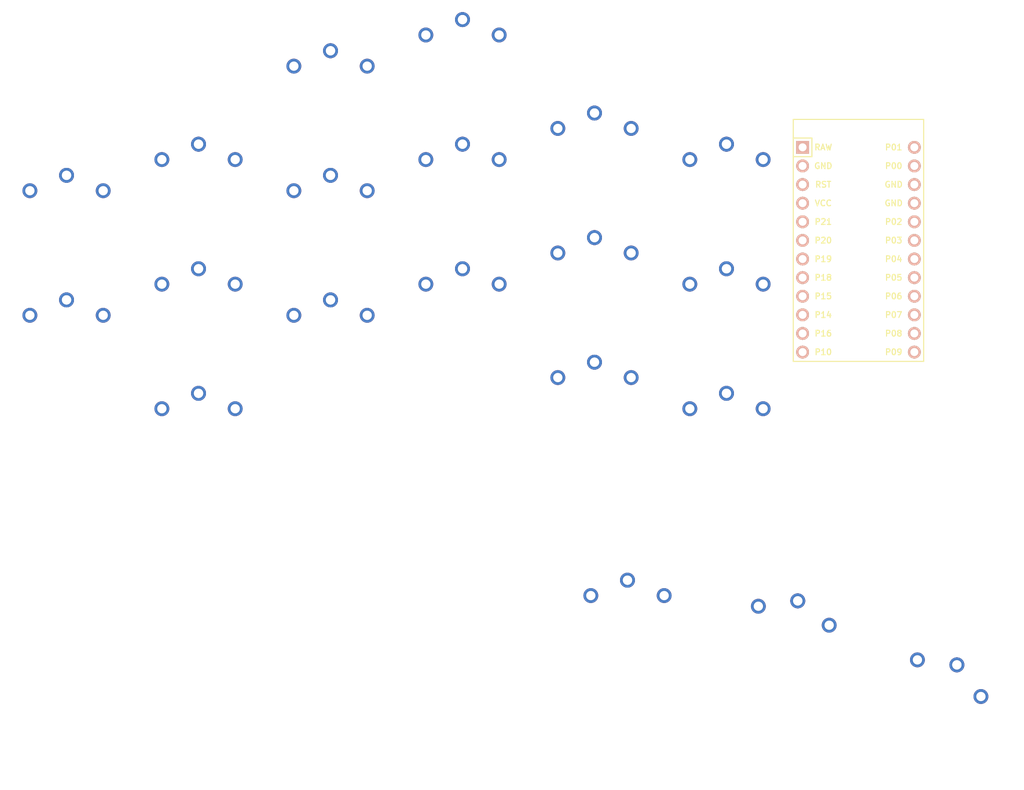
<source format=kicad_pcb>

            
(kicad_pcb (version 20171130) (host pcbnew 5.1.6)

  (page A3)
  (title_block
    (title aowkb)
    (rev v1.0.0)
    (company Unknown)
  )

  (general
    (thickness 1.6)
  )

  (layers
    (0 F.Cu signal)
    (31 B.Cu signal)
    (32 B.Adhes user)
    (33 F.Adhes user)
    (34 B.Paste user)
    (35 F.Paste user)
    (36 B.SilkS user)
    (37 F.SilkS user)
    (38 B.Mask user)
    (39 F.Mask user)
    (40 Dwgs.User user)
    (41 Cmts.User user)
    (42 Eco1.User user)
    (43 Eco2.User user)
    (44 Edge.Cuts user)
    (45 Margin user)
    (46 B.CrtYd user)
    (47 F.CrtYd user)
    (48 B.Fab user)
    (49 F.Fab user)
  )

  (setup
    (last_trace_width 0.25)
    (trace_clearance 0.2)
    (zone_clearance 0.508)
    (zone_45_only no)
    (trace_min 0.2)
    (via_size 0.8)
    (via_drill 0.4)
    (via_min_size 0.4)
    (via_min_drill 0.3)
    (uvia_size 0.3)
    (uvia_drill 0.1)
    (uvias_allowed no)
    (uvia_min_size 0.2)
    (uvia_min_drill 0.1)
    (edge_width 0.05)
    (segment_width 0.2)
    (pcb_text_width 0.3)
    (pcb_text_size 1.5 1.5)
    (mod_edge_width 0.12)
    (mod_text_size 1 1)
    (mod_text_width 0.15)
    (pad_size 1.524 1.524)
    (pad_drill 0.762)
    (pad_to_mask_clearance 0.05)
    (aux_axis_origin 0 0)
    (visible_elements FFFFFF7F)
    (pcbplotparams
      (layerselection 0x010fc_ffffffff)
      (usegerberextensions false)
      (usegerberattributes true)
      (usegerberadvancedattributes true)
      (creategerberjobfile true)
      (excludeedgelayer true)
      (linewidth 0.100000)
      (plotframeref false)
      (viasonmask false)
      (mode 1)
      (useauxorigin false)
      (hpglpennumber 1)
      (hpglpenspeed 20)
      (hpglpendiameter 15.000000)
      (psnegative false)
      (psa4output false)
      (plotreference true)
      (plotvalue true)
      (plotinvisibletext false)
      (padsonsilk false)
      (subtractmaskfromsilk false)
      (outputformat 1)
      (mirror false)
      (drillshape 1)
      (scaleselection 1)
      (outputdirectory ""))
  )

            (net 0 "")
(net 1 "GND")
(net 2 "matrix_pinky_bottom")
(net 3 "matrix_pinky_home")
(net 4 "matrix_pinky_top")
(net 5 "matrix_ring_bottom")
(net 6 "matrix_ring_home")
(net 7 "matrix_ring_top")
(net 8 "matrix_middle_bottom")
(net 9 "matrix_middle_home")
(net 10 "matrix_middle_top")
(net 11 "matrix_index_bottom")
(net 12 "matrix_index_home")
(net 13 "matrix_index_top")
(net 14 "matrix_inner_bottom")
(net 15 "matrix_inner_home")
(net 16 "matrix_inner_top")
(net 17 "mods_default_top")
(net 18 "mods_default_bottom")
(net 19 "thumb_tucky")
(net 20 "thumb_reachy")
(net 21 "thumb_layery")
(net 22 "RAW")
(net 23 "RST")
(net 24 "VCC")
(net 25 "P0")
            
  (net_class Default "This is the default net class."
    (clearance 0.2)
    (trace_width 0.25)
    (via_dia 0.8)
    (via_drill 0.4)
    (uvia_dia 0.3)
    (uvia_drill 0.1)
    (add_net "")
(add_net "GND")
(add_net "matrix_pinky_bottom")
(add_net "matrix_pinky_home")
(add_net "matrix_pinky_top")
(add_net "matrix_ring_bottom")
(add_net "matrix_ring_home")
(add_net "matrix_ring_top")
(add_net "matrix_middle_bottom")
(add_net "matrix_middle_home")
(add_net "matrix_middle_top")
(add_net "matrix_index_bottom")
(add_net "matrix_index_home")
(add_net "matrix_index_top")
(add_net "matrix_inner_bottom")
(add_net "matrix_inner_home")
(add_net "matrix_inner_top")
(add_net "mods_default_top")
(add_net "mods_default_bottom")
(add_net "thumb_tucky")
(add_net "thumb_reachy")
(add_net "thumb_layery")
(add_net "RAW")
(add_net "RST")
(add_net "VCC")
(add_net "P0")
  )

            
        
      (module PG1350 (layer F.Cu) (tedit 5DD50112)
      (at 0 0 0)

      
      (fp_text reference "S1" (at 0 0) (layer F.SilkS) hide (effects (font (size 1.27 1.27) (thickness 0.15))))
      (fp_text value "" (at 0 0) (layer F.SilkS) hide (effects (font (size 1.27 1.27) (thickness 0.15))))

      
      (fp_line (start -7 -6) (end -7 -7) (layer Dwgs.User) (width 0.15))
      (fp_line (start -7 7) (end -6 7) (layer Dwgs.User) (width 0.15))
      (fp_line (start -6 -7) (end -7 -7) (layer Dwgs.User) (width 0.15))
      (fp_line (start -7 7) (end -7 6) (layer Dwgs.User) (width 0.15))
      (fp_line (start 7 6) (end 7 7) (layer Dwgs.User) (width 0.15))
      (fp_line (start 7 -7) (end 6 -7) (layer Dwgs.User) (width 0.15))
      (fp_line (start 6 7) (end 7 7) (layer Dwgs.User) (width 0.15))
      (fp_line (start 7 -7) (end 7 -6) (layer Dwgs.User) (width 0.15))      
      
      
      (pad "" np_thru_hole circle (at 0 0) (size 3.429 3.429) (drill 3.429) (layers *.Cu *.Mask))
        
      
      (pad "" np_thru_hole circle (at 5.5 0) (size 1.7018 1.7018) (drill 1.7018) (layers *.Cu *.Mask))
      (pad "" np_thru_hole circle (at -5.5 0) (size 1.7018 1.7018) (drill 1.7018) (layers *.Cu *.Mask))
      
        
      
      (fp_line (start -9 -8.5) (end 9 -8.5) (layer Dwgs.User) (width 0.15))
      (fp_line (start 9 -8.5) (end 9 8.5) (layer Dwgs.User) (width 0.15))
      (fp_line (start 9 8.5) (end -9 8.5) (layer Dwgs.User) (width 0.15))
      (fp_line (start -9 8.5) (end -9 -8.5) (layer Dwgs.User) (width 0.15))
      
        
            
            (pad 1 thru_hole circle (at 5 -3.8) (size 2.032 2.032) (drill 1.27) (layers *.Cu *.Mask) (net 1 "GND"))
            (pad 2 thru_hole circle (at 0 -5.9) (size 2.032 2.032) (drill 1.27) (layers *.Cu *.Mask) (net 2 "matrix_pinky_bottom"))
          
        
            
            (pad 1 thru_hole circle (at -5 -3.8) (size 2.032 2.032) (drill 1.27) (layers *.Cu *.Mask) (net 1 "GND"))
            (pad 2 thru_hole circle (at -0 -5.9) (size 2.032 2.032) (drill 1.27) (layers *.Cu *.Mask) (net 2 "matrix_pinky_bottom"))
          )
        

        
      (module PG1350 (layer F.Cu) (tedit 5DD50112)
      (at 0 -17 0)

      
      (fp_text reference "S2" (at 0 0) (layer F.SilkS) hide (effects (font (size 1.27 1.27) (thickness 0.15))))
      (fp_text value "" (at 0 0) (layer F.SilkS) hide (effects (font (size 1.27 1.27) (thickness 0.15))))

      
      (fp_line (start -7 -6) (end -7 -7) (layer Dwgs.User) (width 0.15))
      (fp_line (start -7 7) (end -6 7) (layer Dwgs.User) (width 0.15))
      (fp_line (start -6 -7) (end -7 -7) (layer Dwgs.User) (width 0.15))
      (fp_line (start -7 7) (end -7 6) (layer Dwgs.User) (width 0.15))
      (fp_line (start 7 6) (end 7 7) (layer Dwgs.User) (width 0.15))
      (fp_line (start 7 -7) (end 6 -7) (layer Dwgs.User) (width 0.15))
      (fp_line (start 6 7) (end 7 7) (layer Dwgs.User) (width 0.15))
      (fp_line (start 7 -7) (end 7 -6) (layer Dwgs.User) (width 0.15))      
      
      
      (pad "" np_thru_hole circle (at 0 0) (size 3.429 3.429) (drill 3.429) (layers *.Cu *.Mask))
        
      
      (pad "" np_thru_hole circle (at 5.5 0) (size 1.7018 1.7018) (drill 1.7018) (layers *.Cu *.Mask))
      (pad "" np_thru_hole circle (at -5.5 0) (size 1.7018 1.7018) (drill 1.7018) (layers *.Cu *.Mask))
      
        
      
      (fp_line (start -9 -8.5) (end 9 -8.5) (layer Dwgs.User) (width 0.15))
      (fp_line (start 9 -8.5) (end 9 8.5) (layer Dwgs.User) (width 0.15))
      (fp_line (start 9 8.5) (end -9 8.5) (layer Dwgs.User) (width 0.15))
      (fp_line (start -9 8.5) (end -9 -8.5) (layer Dwgs.User) (width 0.15))
      
        
            
            (pad 1 thru_hole circle (at 5 -3.8) (size 2.032 2.032) (drill 1.27) (layers *.Cu *.Mask) (net 1 "GND"))
            (pad 2 thru_hole circle (at 0 -5.9) (size 2.032 2.032) (drill 1.27) (layers *.Cu *.Mask) (net 3 "matrix_pinky_home"))
          
        
            
            (pad 1 thru_hole circle (at -5 -3.8) (size 2.032 2.032) (drill 1.27) (layers *.Cu *.Mask) (net 1 "GND"))
            (pad 2 thru_hole circle (at -0 -5.9) (size 2.032 2.032) (drill 1.27) (layers *.Cu *.Mask) (net 3 "matrix_pinky_home"))
          )
        

        
      (module PG1350 (layer F.Cu) (tedit 5DD50112)
      (at 0 -34 0)

      
      (fp_text reference "S3" (at 0 0) (layer F.SilkS) hide (effects (font (size 1.27 1.27) (thickness 0.15))))
      (fp_text value "" (at 0 0) (layer F.SilkS) hide (effects (font (size 1.27 1.27) (thickness 0.15))))

      
      (fp_line (start -7 -6) (end -7 -7) (layer Dwgs.User) (width 0.15))
      (fp_line (start -7 7) (end -6 7) (layer Dwgs.User) (width 0.15))
      (fp_line (start -6 -7) (end -7 -7) (layer Dwgs.User) (width 0.15))
      (fp_line (start -7 7) (end -7 6) (layer Dwgs.User) (width 0.15))
      (fp_line (start 7 6) (end 7 7) (layer Dwgs.User) (width 0.15))
      (fp_line (start 7 -7) (end 6 -7) (layer Dwgs.User) (width 0.15))
      (fp_line (start 6 7) (end 7 7) (layer Dwgs.User) (width 0.15))
      (fp_line (start 7 -7) (end 7 -6) (layer Dwgs.User) (width 0.15))      
      
      
      (pad "" np_thru_hole circle (at 0 0) (size 3.429 3.429) (drill 3.429) (layers *.Cu *.Mask))
        
      
      (pad "" np_thru_hole circle (at 5.5 0) (size 1.7018 1.7018) (drill 1.7018) (layers *.Cu *.Mask))
      (pad "" np_thru_hole circle (at -5.5 0) (size 1.7018 1.7018) (drill 1.7018) (layers *.Cu *.Mask))
      
        
      
      (fp_line (start -9 -8.5) (end 9 -8.5) (layer Dwgs.User) (width 0.15))
      (fp_line (start 9 -8.5) (end 9 8.5) (layer Dwgs.User) (width 0.15))
      (fp_line (start 9 8.5) (end -9 8.5) (layer Dwgs.User) (width 0.15))
      (fp_line (start -9 8.5) (end -9 -8.5) (layer Dwgs.User) (width 0.15))
      
        
            
            (pad 1 thru_hole circle (at 5 -3.8) (size 2.032 2.032) (drill 1.27) (layers *.Cu *.Mask) (net 1 "GND"))
            (pad 2 thru_hole circle (at 0 -5.9) (size 2.032 2.032) (drill 1.27) (layers *.Cu *.Mask) (net 4 "matrix_pinky_top"))
          
        
            
            (pad 1 thru_hole circle (at -5 -3.8) (size 2.032 2.032) (drill 1.27) (layers *.Cu *.Mask) (net 1 "GND"))
            (pad 2 thru_hole circle (at -0 -5.9) (size 2.032 2.032) (drill 1.27) (layers *.Cu *.Mask) (net 4 "matrix_pinky_top"))
          )
        

        
      (module PG1350 (layer F.Cu) (tedit 5DD50112)
      (at 18 -12.75 0)

      
      (fp_text reference "S4" (at 0 0) (layer F.SilkS) hide (effects (font (size 1.27 1.27) (thickness 0.15))))
      (fp_text value "" (at 0 0) (layer F.SilkS) hide (effects (font (size 1.27 1.27) (thickness 0.15))))

      
      (fp_line (start -7 -6) (end -7 -7) (layer Dwgs.User) (width 0.15))
      (fp_line (start -7 7) (end -6 7) (layer Dwgs.User) (width 0.15))
      (fp_line (start -6 -7) (end -7 -7) (layer Dwgs.User) (width 0.15))
      (fp_line (start -7 7) (end -7 6) (layer Dwgs.User) (width 0.15))
      (fp_line (start 7 6) (end 7 7) (layer Dwgs.User) (width 0.15))
      (fp_line (start 7 -7) (end 6 -7) (layer Dwgs.User) (width 0.15))
      (fp_line (start 6 7) (end 7 7) (layer Dwgs.User) (width 0.15))
      (fp_line (start 7 -7) (end 7 -6) (layer Dwgs.User) (width 0.15))      
      
      
      (pad "" np_thru_hole circle (at 0 0) (size 3.429 3.429) (drill 3.429) (layers *.Cu *.Mask))
        
      
      (pad "" np_thru_hole circle (at 5.5 0) (size 1.7018 1.7018) (drill 1.7018) (layers *.Cu *.Mask))
      (pad "" np_thru_hole circle (at -5.5 0) (size 1.7018 1.7018) (drill 1.7018) (layers *.Cu *.Mask))
      
        
      
      (fp_line (start -9 -8.5) (end 9 -8.5) (layer Dwgs.User) (width 0.15))
      (fp_line (start 9 -8.5) (end 9 8.5) (layer Dwgs.User) (width 0.15))
      (fp_line (start 9 8.5) (end -9 8.5) (layer Dwgs.User) (width 0.15))
      (fp_line (start -9 8.5) (end -9 -8.5) (layer Dwgs.User) (width 0.15))
      
        
            
            (pad 1 thru_hole circle (at 5 -3.8) (size 2.032 2.032) (drill 1.27) (layers *.Cu *.Mask) (net 1 "GND"))
            (pad 2 thru_hole circle (at 0 -5.9) (size 2.032 2.032) (drill 1.27) (layers *.Cu *.Mask) (net 5 "matrix_ring_bottom"))
          
        
            
            (pad 1 thru_hole circle (at -5 -3.8) (size 2.032 2.032) (drill 1.27) (layers *.Cu *.Mask) (net 1 "GND"))
            (pad 2 thru_hole circle (at -0 -5.9) (size 2.032 2.032) (drill 1.27) (layers *.Cu *.Mask) (net 5 "matrix_ring_bottom"))
          )
        

        
      (module PG1350 (layer F.Cu) (tedit 5DD50112)
      (at 18 -29.75 0)

      
      (fp_text reference "S5" (at 0 0) (layer F.SilkS) hide (effects (font (size 1.27 1.27) (thickness 0.15))))
      (fp_text value "" (at 0 0) (layer F.SilkS) hide (effects (font (size 1.27 1.27) (thickness 0.15))))

      
      (fp_line (start -7 -6) (end -7 -7) (layer Dwgs.User) (width 0.15))
      (fp_line (start -7 7) (end -6 7) (layer Dwgs.User) (width 0.15))
      (fp_line (start -6 -7) (end -7 -7) (layer Dwgs.User) (width 0.15))
      (fp_line (start -7 7) (end -7 6) (layer Dwgs.User) (width 0.15))
      (fp_line (start 7 6) (end 7 7) (layer Dwgs.User) (width 0.15))
      (fp_line (start 7 -7) (end 6 -7) (layer Dwgs.User) (width 0.15))
      (fp_line (start 6 7) (end 7 7) (layer Dwgs.User) (width 0.15))
      (fp_line (start 7 -7) (end 7 -6) (layer Dwgs.User) (width 0.15))      
      
      
      (pad "" np_thru_hole circle (at 0 0) (size 3.429 3.429) (drill 3.429) (layers *.Cu *.Mask))
        
      
      (pad "" np_thru_hole circle (at 5.5 0) (size 1.7018 1.7018) (drill 1.7018) (layers *.Cu *.Mask))
      (pad "" np_thru_hole circle (at -5.5 0) (size 1.7018 1.7018) (drill 1.7018) (layers *.Cu *.Mask))
      
        
      
      (fp_line (start -9 -8.5) (end 9 -8.5) (layer Dwgs.User) (width 0.15))
      (fp_line (start 9 -8.5) (end 9 8.5) (layer Dwgs.User) (width 0.15))
      (fp_line (start 9 8.5) (end -9 8.5) (layer Dwgs.User) (width 0.15))
      (fp_line (start -9 8.5) (end -9 -8.5) (layer Dwgs.User) (width 0.15))
      
        
            
            (pad 1 thru_hole circle (at 5 -3.8) (size 2.032 2.032) (drill 1.27) (layers *.Cu *.Mask) (net 1 "GND"))
            (pad 2 thru_hole circle (at 0 -5.9) (size 2.032 2.032) (drill 1.27) (layers *.Cu *.Mask) (net 6 "matrix_ring_home"))
          
        
            
            (pad 1 thru_hole circle (at -5 -3.8) (size 2.032 2.032) (drill 1.27) (layers *.Cu *.Mask) (net 1 "GND"))
            (pad 2 thru_hole circle (at -0 -5.9) (size 2.032 2.032) (drill 1.27) (layers *.Cu *.Mask) (net 6 "matrix_ring_home"))
          )
        

        
      (module PG1350 (layer F.Cu) (tedit 5DD50112)
      (at 18 -46.75 0)

      
      (fp_text reference "S6" (at 0 0) (layer F.SilkS) hide (effects (font (size 1.27 1.27) (thickness 0.15))))
      (fp_text value "" (at 0 0) (layer F.SilkS) hide (effects (font (size 1.27 1.27) (thickness 0.15))))

      
      (fp_line (start -7 -6) (end -7 -7) (layer Dwgs.User) (width 0.15))
      (fp_line (start -7 7) (end -6 7) (layer Dwgs.User) (width 0.15))
      (fp_line (start -6 -7) (end -7 -7) (layer Dwgs.User) (width 0.15))
      (fp_line (start -7 7) (end -7 6) (layer Dwgs.User) (width 0.15))
      (fp_line (start 7 6) (end 7 7) (layer Dwgs.User) (width 0.15))
      (fp_line (start 7 -7) (end 6 -7) (layer Dwgs.User) (width 0.15))
      (fp_line (start 6 7) (end 7 7) (layer Dwgs.User) (width 0.15))
      (fp_line (start 7 -7) (end 7 -6) (layer Dwgs.User) (width 0.15))      
      
      
      (pad "" np_thru_hole circle (at 0 0) (size 3.429 3.429) (drill 3.429) (layers *.Cu *.Mask))
        
      
      (pad "" np_thru_hole circle (at 5.5 0) (size 1.7018 1.7018) (drill 1.7018) (layers *.Cu *.Mask))
      (pad "" np_thru_hole circle (at -5.5 0) (size 1.7018 1.7018) (drill 1.7018) (layers *.Cu *.Mask))
      
        
      
      (fp_line (start -9 -8.5) (end 9 -8.5) (layer Dwgs.User) (width 0.15))
      (fp_line (start 9 -8.5) (end 9 8.5) (layer Dwgs.User) (width 0.15))
      (fp_line (start 9 8.5) (end -9 8.5) (layer Dwgs.User) (width 0.15))
      (fp_line (start -9 8.5) (end -9 -8.5) (layer Dwgs.User) (width 0.15))
      
        
            
            (pad 1 thru_hole circle (at 5 -3.8) (size 2.032 2.032) (drill 1.27) (layers *.Cu *.Mask) (net 1 "GND"))
            (pad 2 thru_hole circle (at 0 -5.9) (size 2.032 2.032) (drill 1.27) (layers *.Cu *.Mask) (net 7 "matrix_ring_top"))
          
        
            
            (pad 1 thru_hole circle (at -5 -3.8) (size 2.032 2.032) (drill 1.27) (layers *.Cu *.Mask) (net 1 "GND"))
            (pad 2 thru_hole circle (at -0 -5.9) (size 2.032 2.032) (drill 1.27) (layers *.Cu *.Mask) (net 7 "matrix_ring_top"))
          )
        

        
      (module PG1350 (layer F.Cu) (tedit 5DD50112)
      (at 36 -17 0)

      
      (fp_text reference "S7" (at 0 0) (layer F.SilkS) hide (effects (font (size 1.27 1.27) (thickness 0.15))))
      (fp_text value "" (at 0 0) (layer F.SilkS) hide (effects (font (size 1.27 1.27) (thickness 0.15))))

      
      (fp_line (start -7 -6) (end -7 -7) (layer Dwgs.User) (width 0.15))
      (fp_line (start -7 7) (end -6 7) (layer Dwgs.User) (width 0.15))
      (fp_line (start -6 -7) (end -7 -7) (layer Dwgs.User) (width 0.15))
      (fp_line (start -7 7) (end -7 6) (layer Dwgs.User) (width 0.15))
      (fp_line (start 7 6) (end 7 7) (layer Dwgs.User) (width 0.15))
      (fp_line (start 7 -7) (end 6 -7) (layer Dwgs.User) (width 0.15))
      (fp_line (start 6 7) (end 7 7) (layer Dwgs.User) (width 0.15))
      (fp_line (start 7 -7) (end 7 -6) (layer Dwgs.User) (width 0.15))      
      
      
      (pad "" np_thru_hole circle (at 0 0) (size 3.429 3.429) (drill 3.429) (layers *.Cu *.Mask))
        
      
      (pad "" np_thru_hole circle (at 5.5 0) (size 1.7018 1.7018) (drill 1.7018) (layers *.Cu *.Mask))
      (pad "" np_thru_hole circle (at -5.5 0) (size 1.7018 1.7018) (drill 1.7018) (layers *.Cu *.Mask))
      
        
      
      (fp_line (start -9 -8.5) (end 9 -8.5) (layer Dwgs.User) (width 0.15))
      (fp_line (start 9 -8.5) (end 9 8.5) (layer Dwgs.User) (width 0.15))
      (fp_line (start 9 8.5) (end -9 8.5) (layer Dwgs.User) (width 0.15))
      (fp_line (start -9 8.5) (end -9 -8.5) (layer Dwgs.User) (width 0.15))
      
        
            
            (pad 1 thru_hole circle (at 5 -3.8) (size 2.032 2.032) (drill 1.27) (layers *.Cu *.Mask) (net 1 "GND"))
            (pad 2 thru_hole circle (at 0 -5.9) (size 2.032 2.032) (drill 1.27) (layers *.Cu *.Mask) (net 8 "matrix_middle_bottom"))
          
        
            
            (pad 1 thru_hole circle (at -5 -3.8) (size 2.032 2.032) (drill 1.27) (layers *.Cu *.Mask) (net 1 "GND"))
            (pad 2 thru_hole circle (at -0 -5.9) (size 2.032 2.032) (drill 1.27) (layers *.Cu *.Mask) (net 8 "matrix_middle_bottom"))
          )
        

        
      (module PG1350 (layer F.Cu) (tedit 5DD50112)
      (at 36 -34 0)

      
      (fp_text reference "S8" (at 0 0) (layer F.SilkS) hide (effects (font (size 1.27 1.27) (thickness 0.15))))
      (fp_text value "" (at 0 0) (layer F.SilkS) hide (effects (font (size 1.27 1.27) (thickness 0.15))))

      
      (fp_line (start -7 -6) (end -7 -7) (layer Dwgs.User) (width 0.15))
      (fp_line (start -7 7) (end -6 7) (layer Dwgs.User) (width 0.15))
      (fp_line (start -6 -7) (end -7 -7) (layer Dwgs.User) (width 0.15))
      (fp_line (start -7 7) (end -7 6) (layer Dwgs.User) (width 0.15))
      (fp_line (start 7 6) (end 7 7) (layer Dwgs.User) (width 0.15))
      (fp_line (start 7 -7) (end 6 -7) (layer Dwgs.User) (width 0.15))
      (fp_line (start 6 7) (end 7 7) (layer Dwgs.User) (width 0.15))
      (fp_line (start 7 -7) (end 7 -6) (layer Dwgs.User) (width 0.15))      
      
      
      (pad "" np_thru_hole circle (at 0 0) (size 3.429 3.429) (drill 3.429) (layers *.Cu *.Mask))
        
      
      (pad "" np_thru_hole circle (at 5.5 0) (size 1.7018 1.7018) (drill 1.7018) (layers *.Cu *.Mask))
      (pad "" np_thru_hole circle (at -5.5 0) (size 1.7018 1.7018) (drill 1.7018) (layers *.Cu *.Mask))
      
        
      
      (fp_line (start -9 -8.5) (end 9 -8.5) (layer Dwgs.User) (width 0.15))
      (fp_line (start 9 -8.5) (end 9 8.5) (layer Dwgs.User) (width 0.15))
      (fp_line (start 9 8.5) (end -9 8.5) (layer Dwgs.User) (width 0.15))
      (fp_line (start -9 8.5) (end -9 -8.5) (layer Dwgs.User) (width 0.15))
      
        
            
            (pad 1 thru_hole circle (at 5 -3.8) (size 2.032 2.032) (drill 1.27) (layers *.Cu *.Mask) (net 1 "GND"))
            (pad 2 thru_hole circle (at 0 -5.9) (size 2.032 2.032) (drill 1.27) (layers *.Cu *.Mask) (net 9 "matrix_middle_home"))
          
        
            
            (pad 1 thru_hole circle (at -5 -3.8) (size 2.032 2.032) (drill 1.27) (layers *.Cu *.Mask) (net 1 "GND"))
            (pad 2 thru_hole circle (at -0 -5.9) (size 2.032 2.032) (drill 1.27) (layers *.Cu *.Mask) (net 9 "matrix_middle_home"))
          )
        

        
      (module PG1350 (layer F.Cu) (tedit 5DD50112)
      (at 36 -51 0)

      
      (fp_text reference "S9" (at 0 0) (layer F.SilkS) hide (effects (font (size 1.27 1.27) (thickness 0.15))))
      (fp_text value "" (at 0 0) (layer F.SilkS) hide (effects (font (size 1.27 1.27) (thickness 0.15))))

      
      (fp_line (start -7 -6) (end -7 -7) (layer Dwgs.User) (width 0.15))
      (fp_line (start -7 7) (end -6 7) (layer Dwgs.User) (width 0.15))
      (fp_line (start -6 -7) (end -7 -7) (layer Dwgs.User) (width 0.15))
      (fp_line (start -7 7) (end -7 6) (layer Dwgs.User) (width 0.15))
      (fp_line (start 7 6) (end 7 7) (layer Dwgs.User) (width 0.15))
      (fp_line (start 7 -7) (end 6 -7) (layer Dwgs.User) (width 0.15))
      (fp_line (start 6 7) (end 7 7) (layer Dwgs.User) (width 0.15))
      (fp_line (start 7 -7) (end 7 -6) (layer Dwgs.User) (width 0.15))      
      
      
      (pad "" np_thru_hole circle (at 0 0) (size 3.429 3.429) (drill 3.429) (layers *.Cu *.Mask))
        
      
      (pad "" np_thru_hole circle (at 5.5 0) (size 1.7018 1.7018) (drill 1.7018) (layers *.Cu *.Mask))
      (pad "" np_thru_hole circle (at -5.5 0) (size 1.7018 1.7018) (drill 1.7018) (layers *.Cu *.Mask))
      
        
      
      (fp_line (start -9 -8.5) (end 9 -8.5) (layer Dwgs.User) (width 0.15))
      (fp_line (start 9 -8.5) (end 9 8.5) (layer Dwgs.User) (width 0.15))
      (fp_line (start 9 8.5) (end -9 8.5) (layer Dwgs.User) (width 0.15))
      (fp_line (start -9 8.5) (end -9 -8.5) (layer Dwgs.User) (width 0.15))
      
        
            
            (pad 1 thru_hole circle (at 5 -3.8) (size 2.032 2.032) (drill 1.27) (layers *.Cu *.Mask) (net 1 "GND"))
            (pad 2 thru_hole circle (at 0 -5.9) (size 2.032 2.032) (drill 1.27) (layers *.Cu *.Mask) (net 10 "matrix_middle_top"))
          
        
            
            (pad 1 thru_hole circle (at -5 -3.8) (size 2.032 2.032) (drill 1.27) (layers *.Cu *.Mask) (net 1 "GND"))
            (pad 2 thru_hole circle (at -0 -5.9) (size 2.032 2.032) (drill 1.27) (layers *.Cu *.Mask) (net 10 "matrix_middle_top"))
          )
        

        
      (module PG1350 (layer F.Cu) (tedit 5DD50112)
      (at 54 -4.25 0)

      
      (fp_text reference "S10" (at 0 0) (layer F.SilkS) hide (effects (font (size 1.27 1.27) (thickness 0.15))))
      (fp_text value "" (at 0 0) (layer F.SilkS) hide (effects (font (size 1.27 1.27) (thickness 0.15))))

      
      (fp_line (start -7 -6) (end -7 -7) (layer Dwgs.User) (width 0.15))
      (fp_line (start -7 7) (end -6 7) (layer Dwgs.User) (width 0.15))
      (fp_line (start -6 -7) (end -7 -7) (layer Dwgs.User) (width 0.15))
      (fp_line (start -7 7) (end -7 6) (layer Dwgs.User) (width 0.15))
      (fp_line (start 7 6) (end 7 7) (layer Dwgs.User) (width 0.15))
      (fp_line (start 7 -7) (end 6 -7) (layer Dwgs.User) (width 0.15))
      (fp_line (start 6 7) (end 7 7) (layer Dwgs.User) (width 0.15))
      (fp_line (start 7 -7) (end 7 -6) (layer Dwgs.User) (width 0.15))      
      
      
      (pad "" np_thru_hole circle (at 0 0) (size 3.429 3.429) (drill 3.429) (layers *.Cu *.Mask))
        
      
      (pad "" np_thru_hole circle (at 5.5 0) (size 1.7018 1.7018) (drill 1.7018) (layers *.Cu *.Mask))
      (pad "" np_thru_hole circle (at -5.5 0) (size 1.7018 1.7018) (drill 1.7018) (layers *.Cu *.Mask))
      
        
      
      (fp_line (start -9 -8.5) (end 9 -8.5) (layer Dwgs.User) (width 0.15))
      (fp_line (start 9 -8.5) (end 9 8.5) (layer Dwgs.User) (width 0.15))
      (fp_line (start 9 8.5) (end -9 8.5) (layer Dwgs.User) (width 0.15))
      (fp_line (start -9 8.5) (end -9 -8.5) (layer Dwgs.User) (width 0.15))
      
        
            
            (pad 1 thru_hole circle (at 5 -3.8) (size 2.032 2.032) (drill 1.27) (layers *.Cu *.Mask) (net 1 "GND"))
            (pad 2 thru_hole circle (at 0 -5.9) (size 2.032 2.032) (drill 1.27) (layers *.Cu *.Mask) (net 11 "matrix_index_bottom"))
          
        
            
            (pad 1 thru_hole circle (at -5 -3.8) (size 2.032 2.032) (drill 1.27) (layers *.Cu *.Mask) (net 1 "GND"))
            (pad 2 thru_hole circle (at -0 -5.9) (size 2.032 2.032) (drill 1.27) (layers *.Cu *.Mask) (net 11 "matrix_index_bottom"))
          )
        

        
      (module PG1350 (layer F.Cu) (tedit 5DD50112)
      (at 54 -21.25 0)

      
      (fp_text reference "S11" (at 0 0) (layer F.SilkS) hide (effects (font (size 1.27 1.27) (thickness 0.15))))
      (fp_text value "" (at 0 0) (layer F.SilkS) hide (effects (font (size 1.27 1.27) (thickness 0.15))))

      
      (fp_line (start -7 -6) (end -7 -7) (layer Dwgs.User) (width 0.15))
      (fp_line (start -7 7) (end -6 7) (layer Dwgs.User) (width 0.15))
      (fp_line (start -6 -7) (end -7 -7) (layer Dwgs.User) (width 0.15))
      (fp_line (start -7 7) (end -7 6) (layer Dwgs.User) (width 0.15))
      (fp_line (start 7 6) (end 7 7) (layer Dwgs.User) (width 0.15))
      (fp_line (start 7 -7) (end 6 -7) (layer Dwgs.User) (width 0.15))
      (fp_line (start 6 7) (end 7 7) (layer Dwgs.User) (width 0.15))
      (fp_line (start 7 -7) (end 7 -6) (layer Dwgs.User) (width 0.15))      
      
      
      (pad "" np_thru_hole circle (at 0 0) (size 3.429 3.429) (drill 3.429) (layers *.Cu *.Mask))
        
      
      (pad "" np_thru_hole circle (at 5.5 0) (size 1.7018 1.7018) (drill 1.7018) (layers *.Cu *.Mask))
      (pad "" np_thru_hole circle (at -5.5 0) (size 1.7018 1.7018) (drill 1.7018) (layers *.Cu *.Mask))
      
        
      
      (fp_line (start -9 -8.5) (end 9 -8.5) (layer Dwgs.User) (width 0.15))
      (fp_line (start 9 -8.5) (end 9 8.5) (layer Dwgs.User) (width 0.15))
      (fp_line (start 9 8.5) (end -9 8.5) (layer Dwgs.User) (width 0.15))
      (fp_line (start -9 8.5) (end -9 -8.5) (layer Dwgs.User) (width 0.15))
      
        
            
            (pad 1 thru_hole circle (at 5 -3.8) (size 2.032 2.032) (drill 1.27) (layers *.Cu *.Mask) (net 1 "GND"))
            (pad 2 thru_hole circle (at 0 -5.9) (size 2.032 2.032) (drill 1.27) (layers *.Cu *.Mask) (net 12 "matrix_index_home"))
          
        
            
            (pad 1 thru_hole circle (at -5 -3.8) (size 2.032 2.032) (drill 1.27) (layers *.Cu *.Mask) (net 1 "GND"))
            (pad 2 thru_hole circle (at -0 -5.9) (size 2.032 2.032) (drill 1.27) (layers *.Cu *.Mask) (net 12 "matrix_index_home"))
          )
        

        
      (module PG1350 (layer F.Cu) (tedit 5DD50112)
      (at 54 -38.25 0)

      
      (fp_text reference "S12" (at 0 0) (layer F.SilkS) hide (effects (font (size 1.27 1.27) (thickness 0.15))))
      (fp_text value "" (at 0 0) (layer F.SilkS) hide (effects (font (size 1.27 1.27) (thickness 0.15))))

      
      (fp_line (start -7 -6) (end -7 -7) (layer Dwgs.User) (width 0.15))
      (fp_line (start -7 7) (end -6 7) (layer Dwgs.User) (width 0.15))
      (fp_line (start -6 -7) (end -7 -7) (layer Dwgs.User) (width 0.15))
      (fp_line (start -7 7) (end -7 6) (layer Dwgs.User) (width 0.15))
      (fp_line (start 7 6) (end 7 7) (layer Dwgs.User) (width 0.15))
      (fp_line (start 7 -7) (end 6 -7) (layer Dwgs.User) (width 0.15))
      (fp_line (start 6 7) (end 7 7) (layer Dwgs.User) (width 0.15))
      (fp_line (start 7 -7) (end 7 -6) (layer Dwgs.User) (width 0.15))      
      
      
      (pad "" np_thru_hole circle (at 0 0) (size 3.429 3.429) (drill 3.429) (layers *.Cu *.Mask))
        
      
      (pad "" np_thru_hole circle (at 5.5 0) (size 1.7018 1.7018) (drill 1.7018) (layers *.Cu *.Mask))
      (pad "" np_thru_hole circle (at -5.5 0) (size 1.7018 1.7018) (drill 1.7018) (layers *.Cu *.Mask))
      
        
      
      (fp_line (start -9 -8.5) (end 9 -8.5) (layer Dwgs.User) (width 0.15))
      (fp_line (start 9 -8.5) (end 9 8.5) (layer Dwgs.User) (width 0.15))
      (fp_line (start 9 8.5) (end -9 8.5) (layer Dwgs.User) (width 0.15))
      (fp_line (start -9 8.5) (end -9 -8.5) (layer Dwgs.User) (width 0.15))
      
        
            
            (pad 1 thru_hole circle (at 5 -3.8) (size 2.032 2.032) (drill 1.27) (layers *.Cu *.Mask) (net 1 "GND"))
            (pad 2 thru_hole circle (at 0 -5.9) (size 2.032 2.032) (drill 1.27) (layers *.Cu *.Mask) (net 13 "matrix_index_top"))
          
        
            
            (pad 1 thru_hole circle (at -5 -3.8) (size 2.032 2.032) (drill 1.27) (layers *.Cu *.Mask) (net 1 "GND"))
            (pad 2 thru_hole circle (at -0 -5.9) (size 2.032 2.032) (drill 1.27) (layers *.Cu *.Mask) (net 13 "matrix_index_top"))
          )
        

        
      (module PG1350 (layer F.Cu) (tedit 5DD50112)
      (at 72 0 0)

      
      (fp_text reference "S13" (at 0 0) (layer F.SilkS) hide (effects (font (size 1.27 1.27) (thickness 0.15))))
      (fp_text value "" (at 0 0) (layer F.SilkS) hide (effects (font (size 1.27 1.27) (thickness 0.15))))

      
      (fp_line (start -7 -6) (end -7 -7) (layer Dwgs.User) (width 0.15))
      (fp_line (start -7 7) (end -6 7) (layer Dwgs.User) (width 0.15))
      (fp_line (start -6 -7) (end -7 -7) (layer Dwgs.User) (width 0.15))
      (fp_line (start -7 7) (end -7 6) (layer Dwgs.User) (width 0.15))
      (fp_line (start 7 6) (end 7 7) (layer Dwgs.User) (width 0.15))
      (fp_line (start 7 -7) (end 6 -7) (layer Dwgs.User) (width 0.15))
      (fp_line (start 6 7) (end 7 7) (layer Dwgs.User) (width 0.15))
      (fp_line (start 7 -7) (end 7 -6) (layer Dwgs.User) (width 0.15))      
      
      
      (pad "" np_thru_hole circle (at 0 0) (size 3.429 3.429) (drill 3.429) (layers *.Cu *.Mask))
        
      
      (pad "" np_thru_hole circle (at 5.5 0) (size 1.7018 1.7018) (drill 1.7018) (layers *.Cu *.Mask))
      (pad "" np_thru_hole circle (at -5.5 0) (size 1.7018 1.7018) (drill 1.7018) (layers *.Cu *.Mask))
      
        
      
      (fp_line (start -9 -8.5) (end 9 -8.5) (layer Dwgs.User) (width 0.15))
      (fp_line (start 9 -8.5) (end 9 8.5) (layer Dwgs.User) (width 0.15))
      (fp_line (start 9 8.5) (end -9 8.5) (layer Dwgs.User) (width 0.15))
      (fp_line (start -9 8.5) (end -9 -8.5) (layer Dwgs.User) (width 0.15))
      
        
            
            (pad 1 thru_hole circle (at 5 -3.8) (size 2.032 2.032) (drill 1.27) (layers *.Cu *.Mask) (net 1 "GND"))
            (pad 2 thru_hole circle (at 0 -5.9) (size 2.032 2.032) (drill 1.27) (layers *.Cu *.Mask) (net 14 "matrix_inner_bottom"))
          
        
            
            (pad 1 thru_hole circle (at -5 -3.8) (size 2.032 2.032) (drill 1.27) (layers *.Cu *.Mask) (net 1 "GND"))
            (pad 2 thru_hole circle (at -0 -5.9) (size 2.032 2.032) (drill 1.27) (layers *.Cu *.Mask) (net 14 "matrix_inner_bottom"))
          )
        

        
      (module PG1350 (layer F.Cu) (tedit 5DD50112)
      (at 72 -17 0)

      
      (fp_text reference "S14" (at 0 0) (layer F.SilkS) hide (effects (font (size 1.27 1.27) (thickness 0.15))))
      (fp_text value "" (at 0 0) (layer F.SilkS) hide (effects (font (size 1.27 1.27) (thickness 0.15))))

      
      (fp_line (start -7 -6) (end -7 -7) (layer Dwgs.User) (width 0.15))
      (fp_line (start -7 7) (end -6 7) (layer Dwgs.User) (width 0.15))
      (fp_line (start -6 -7) (end -7 -7) (layer Dwgs.User) (width 0.15))
      (fp_line (start -7 7) (end -7 6) (layer Dwgs.User) (width 0.15))
      (fp_line (start 7 6) (end 7 7) (layer Dwgs.User) (width 0.15))
      (fp_line (start 7 -7) (end 6 -7) (layer Dwgs.User) (width 0.15))
      (fp_line (start 6 7) (end 7 7) (layer Dwgs.User) (width 0.15))
      (fp_line (start 7 -7) (end 7 -6) (layer Dwgs.User) (width 0.15))      
      
      
      (pad "" np_thru_hole circle (at 0 0) (size 3.429 3.429) (drill 3.429) (layers *.Cu *.Mask))
        
      
      (pad "" np_thru_hole circle (at 5.5 0) (size 1.7018 1.7018) (drill 1.7018) (layers *.Cu *.Mask))
      (pad "" np_thru_hole circle (at -5.5 0) (size 1.7018 1.7018) (drill 1.7018) (layers *.Cu *.Mask))
      
        
      
      (fp_line (start -9 -8.5) (end 9 -8.5) (layer Dwgs.User) (width 0.15))
      (fp_line (start 9 -8.5) (end 9 8.5) (layer Dwgs.User) (width 0.15))
      (fp_line (start 9 8.5) (end -9 8.5) (layer Dwgs.User) (width 0.15))
      (fp_line (start -9 8.5) (end -9 -8.5) (layer Dwgs.User) (width 0.15))
      
        
            
            (pad 1 thru_hole circle (at 5 -3.8) (size 2.032 2.032) (drill 1.27) (layers *.Cu *.Mask) (net 1 "GND"))
            (pad 2 thru_hole circle (at 0 -5.9) (size 2.032 2.032) (drill 1.27) (layers *.Cu *.Mask) (net 15 "matrix_inner_home"))
          
        
            
            (pad 1 thru_hole circle (at -5 -3.8) (size 2.032 2.032) (drill 1.27) (layers *.Cu *.Mask) (net 1 "GND"))
            (pad 2 thru_hole circle (at -0 -5.9) (size 2.032 2.032) (drill 1.27) (layers *.Cu *.Mask) (net 15 "matrix_inner_home"))
          )
        

        
      (module PG1350 (layer F.Cu) (tedit 5DD50112)
      (at 72 -34 0)

      
      (fp_text reference "S15" (at 0 0) (layer F.SilkS) hide (effects (font (size 1.27 1.27) (thickness 0.15))))
      (fp_text value "" (at 0 0) (layer F.SilkS) hide (effects (font (size 1.27 1.27) (thickness 0.15))))

      
      (fp_line (start -7 -6) (end -7 -7) (layer Dwgs.User) (width 0.15))
      (fp_line (start -7 7) (end -6 7) (layer Dwgs.User) (width 0.15))
      (fp_line (start -6 -7) (end -7 -7) (layer Dwgs.User) (width 0.15))
      (fp_line (start -7 7) (end -7 6) (layer Dwgs.User) (width 0.15))
      (fp_line (start 7 6) (end 7 7) (layer Dwgs.User) (width 0.15))
      (fp_line (start 7 -7) (end 6 -7) (layer Dwgs.User) (width 0.15))
      (fp_line (start 6 7) (end 7 7) (layer Dwgs.User) (width 0.15))
      (fp_line (start 7 -7) (end 7 -6) (layer Dwgs.User) (width 0.15))      
      
      
      (pad "" np_thru_hole circle (at 0 0) (size 3.429 3.429) (drill 3.429) (layers *.Cu *.Mask))
        
      
      (pad "" np_thru_hole circle (at 5.5 0) (size 1.7018 1.7018) (drill 1.7018) (layers *.Cu *.Mask))
      (pad "" np_thru_hole circle (at -5.5 0) (size 1.7018 1.7018) (drill 1.7018) (layers *.Cu *.Mask))
      
        
      
      (fp_line (start -9 -8.5) (end 9 -8.5) (layer Dwgs.User) (width 0.15))
      (fp_line (start 9 -8.5) (end 9 8.5) (layer Dwgs.User) (width 0.15))
      (fp_line (start 9 8.5) (end -9 8.5) (layer Dwgs.User) (width 0.15))
      (fp_line (start -9 8.5) (end -9 -8.5) (layer Dwgs.User) (width 0.15))
      
        
            
            (pad 1 thru_hole circle (at 5 -3.8) (size 2.032 2.032) (drill 1.27) (layers *.Cu *.Mask) (net 1 "GND"))
            (pad 2 thru_hole circle (at 0 -5.9) (size 2.032 2.032) (drill 1.27) (layers *.Cu *.Mask) (net 16 "matrix_inner_top"))
          
        
            
            (pad 1 thru_hole circle (at -5 -3.8) (size 2.032 2.032) (drill 1.27) (layers *.Cu *.Mask) (net 1 "GND"))
            (pad 2 thru_hole circle (at -0 -5.9) (size 2.032 2.032) (drill 1.27) (layers *.Cu *.Mask) (net 16 "matrix_inner_top"))
          )
        

        
      (module PG1350 (layer F.Cu) (tedit 5DD50112)
      (at -18 -12.75 0)

      
      (fp_text reference "S16" (at 0 0) (layer F.SilkS) hide (effects (font (size 1.27 1.27) (thickness 0.15))))
      (fp_text value "" (at 0 0) (layer F.SilkS) hide (effects (font (size 1.27 1.27) (thickness 0.15))))

      
      (fp_line (start -7 -6) (end -7 -7) (layer Dwgs.User) (width 0.15))
      (fp_line (start -7 7) (end -6 7) (layer Dwgs.User) (width 0.15))
      (fp_line (start -6 -7) (end -7 -7) (layer Dwgs.User) (width 0.15))
      (fp_line (start -7 7) (end -7 6) (layer Dwgs.User) (width 0.15))
      (fp_line (start 7 6) (end 7 7) (layer Dwgs.User) (width 0.15))
      (fp_line (start 7 -7) (end 6 -7) (layer Dwgs.User) (width 0.15))
      (fp_line (start 6 7) (end 7 7) (layer Dwgs.User) (width 0.15))
      (fp_line (start 7 -7) (end 7 -6) (layer Dwgs.User) (width 0.15))      
      
      
      (pad "" np_thru_hole circle (at 0 0) (size 3.429 3.429) (drill 3.429) (layers *.Cu *.Mask))
        
      
      (pad "" np_thru_hole circle (at 5.5 0) (size 1.7018 1.7018) (drill 1.7018) (layers *.Cu *.Mask))
      (pad "" np_thru_hole circle (at -5.5 0) (size 1.7018 1.7018) (drill 1.7018) (layers *.Cu *.Mask))
      
        
      
      (fp_line (start -9 -8.5) (end 9 -8.5) (layer Dwgs.User) (width 0.15))
      (fp_line (start 9 -8.5) (end 9 8.5) (layer Dwgs.User) (width 0.15))
      (fp_line (start 9 8.5) (end -9 8.5) (layer Dwgs.User) (width 0.15))
      (fp_line (start -9 8.5) (end -9 -8.5) (layer Dwgs.User) (width 0.15))
      
        
            
            (pad 1 thru_hole circle (at 5 -3.8) (size 2.032 2.032) (drill 1.27) (layers *.Cu *.Mask) (net 1 "GND"))
            (pad 2 thru_hole circle (at 0 -5.9) (size 2.032 2.032) (drill 1.27) (layers *.Cu *.Mask) (net 17 "mods_default_top"))
          
        
            
            (pad 1 thru_hole circle (at -5 -3.8) (size 2.032 2.032) (drill 1.27) (layers *.Cu *.Mask) (net 1 "GND"))
            (pad 2 thru_hole circle (at -0 -5.9) (size 2.032 2.032) (drill 1.27) (layers *.Cu *.Mask) (net 17 "mods_default_top"))
          )
        

        
      (module PG1350 (layer F.Cu) (tedit 5DD50112)
      (at -18 -29.75 0)

      
      (fp_text reference "S17" (at 0 0) (layer F.SilkS) hide (effects (font (size 1.27 1.27) (thickness 0.15))))
      (fp_text value "" (at 0 0) (layer F.SilkS) hide (effects (font (size 1.27 1.27) (thickness 0.15))))

      
      (fp_line (start -7 -6) (end -7 -7) (layer Dwgs.User) (width 0.15))
      (fp_line (start -7 7) (end -6 7) (layer Dwgs.User) (width 0.15))
      (fp_line (start -6 -7) (end -7 -7) (layer Dwgs.User) (width 0.15))
      (fp_line (start -7 7) (end -7 6) (layer Dwgs.User) (width 0.15))
      (fp_line (start 7 6) (end 7 7) (layer Dwgs.User) (width 0.15))
      (fp_line (start 7 -7) (end 6 -7) (layer Dwgs.User) (width 0.15))
      (fp_line (start 6 7) (end 7 7) (layer Dwgs.User) (width 0.15))
      (fp_line (start 7 -7) (end 7 -6) (layer Dwgs.User) (width 0.15))      
      
      
      (pad "" np_thru_hole circle (at 0 0) (size 3.429 3.429) (drill 3.429) (layers *.Cu *.Mask))
        
      
      (pad "" np_thru_hole circle (at 5.5 0) (size 1.7018 1.7018) (drill 1.7018) (layers *.Cu *.Mask))
      (pad "" np_thru_hole circle (at -5.5 0) (size 1.7018 1.7018) (drill 1.7018) (layers *.Cu *.Mask))
      
        
      
      (fp_line (start -9 -8.5) (end 9 -8.5) (layer Dwgs.User) (width 0.15))
      (fp_line (start 9 -8.5) (end 9 8.5) (layer Dwgs.User) (width 0.15))
      (fp_line (start 9 8.5) (end -9 8.5) (layer Dwgs.User) (width 0.15))
      (fp_line (start -9 8.5) (end -9 -8.5) (layer Dwgs.User) (width 0.15))
      
        
            
            (pad 1 thru_hole circle (at 5 -3.8) (size 2.032 2.032) (drill 1.27) (layers *.Cu *.Mask) (net 1 "GND"))
            (pad 2 thru_hole circle (at 0 -5.9) (size 2.032 2.032) (drill 1.27) (layers *.Cu *.Mask) (net 18 "mods_default_bottom"))
          
        
            
            (pad 1 thru_hole circle (at -5 -3.8) (size 2.032 2.032) (drill 1.27) (layers *.Cu *.Mask) (net 1 "GND"))
            (pad 2 thru_hole circle (at -0 -5.9) (size 2.032 2.032) (drill 1.27) (layers *.Cu *.Mask) (net 18 "mods_default_bottom"))
          )
        

        
      (module PG1350 (layer F.Cu) (tedit 5DD50112)
      (at 58.5 25.5 0)

      
      (fp_text reference "S18" (at 0 0) (layer F.SilkS) hide (effects (font (size 1.27 1.27) (thickness 0.15))))
      (fp_text value "" (at 0 0) (layer F.SilkS) hide (effects (font (size 1.27 1.27) (thickness 0.15))))

      
      (fp_line (start -7 -6) (end -7 -7) (layer Dwgs.User) (width 0.15))
      (fp_line (start -7 7) (end -6 7) (layer Dwgs.User) (width 0.15))
      (fp_line (start -6 -7) (end -7 -7) (layer Dwgs.User) (width 0.15))
      (fp_line (start -7 7) (end -7 6) (layer Dwgs.User) (width 0.15))
      (fp_line (start 7 6) (end 7 7) (layer Dwgs.User) (width 0.15))
      (fp_line (start 7 -7) (end 6 -7) (layer Dwgs.User) (width 0.15))
      (fp_line (start 6 7) (end 7 7) (layer Dwgs.User) (width 0.15))
      (fp_line (start 7 -7) (end 7 -6) (layer Dwgs.User) (width 0.15))      
      
      
      (pad "" np_thru_hole circle (at 0 0) (size 3.429 3.429) (drill 3.429) (layers *.Cu *.Mask))
        
      
      (pad "" np_thru_hole circle (at 5.5 0) (size 1.7018 1.7018) (drill 1.7018) (layers *.Cu *.Mask))
      (pad "" np_thru_hole circle (at -5.5 0) (size 1.7018 1.7018) (drill 1.7018) (layers *.Cu *.Mask))
      
        
      
      (fp_line (start -9 -8.5) (end 9 -8.5) (layer Dwgs.User) (width 0.15))
      (fp_line (start 9 -8.5) (end 9 8.5) (layer Dwgs.User) (width 0.15))
      (fp_line (start 9 8.5) (end -9 8.5) (layer Dwgs.User) (width 0.15))
      (fp_line (start -9 8.5) (end -9 -8.5) (layer Dwgs.User) (width 0.15))
      
        
            
            (pad 1 thru_hole circle (at 5 -3.8) (size 2.032 2.032) (drill 1.27) (layers *.Cu *.Mask) (net 1 "GND"))
            (pad 2 thru_hole circle (at 0 -5.9) (size 2.032 2.032) (drill 1.27) (layers *.Cu *.Mask) (net 19 "thumb_tucky"))
          
        
            
            (pad 1 thru_hole circle (at -5 -3.8) (size 2.032 2.032) (drill 1.27) (layers *.Cu *.Mask) (net 1 "GND"))
            (pad 2 thru_hole circle (at -0 -5.9) (size 2.032 2.032) (drill 1.27) (layers *.Cu *.Mask) (net 19 "thumb_tucky"))
          )
        

        
      (module PG1350 (layer F.Cu) (tedit 5DD50112)
      (at 80.19329429999999 28.1190019 -15)

      
      (fp_text reference "S19" (at 0 0) (layer F.SilkS) hide (effects (font (size 1.27 1.27) (thickness 0.15))))
      (fp_text value "" (at 0 0) (layer F.SilkS) hide (effects (font (size 1.27 1.27) (thickness 0.15))))

      
      (fp_line (start -7 -6) (end -7 -7) (layer Dwgs.User) (width 0.15))
      (fp_line (start -7 7) (end -6 7) (layer Dwgs.User) (width 0.15))
      (fp_line (start -6 -7) (end -7 -7) (layer Dwgs.User) (width 0.15))
      (fp_line (start -7 7) (end -7 6) (layer Dwgs.User) (width 0.15))
      (fp_line (start 7 6) (end 7 7) (layer Dwgs.User) (width 0.15))
      (fp_line (start 7 -7) (end 6 -7) (layer Dwgs.User) (width 0.15))
      (fp_line (start 6 7) (end 7 7) (layer Dwgs.User) (width 0.15))
      (fp_line (start 7 -7) (end 7 -6) (layer Dwgs.User) (width 0.15))      
      
      
      (pad "" np_thru_hole circle (at 0 0) (size 3.429 3.429) (drill 3.429) (layers *.Cu *.Mask))
        
      
      (pad "" np_thru_hole circle (at 5.5 0) (size 1.7018 1.7018) (drill 1.7018) (layers *.Cu *.Mask))
      (pad "" np_thru_hole circle (at -5.5 0) (size 1.7018 1.7018) (drill 1.7018) (layers *.Cu *.Mask))
      
        
      
      (fp_line (start -9 -8.5) (end 9 -8.5) (layer Dwgs.User) (width 0.15))
      (fp_line (start 9 -8.5) (end 9 8.5) (layer Dwgs.User) (width 0.15))
      (fp_line (start 9 8.5) (end -9 8.5) (layer Dwgs.User) (width 0.15))
      (fp_line (start -9 8.5) (end -9 -8.5) (layer Dwgs.User) (width 0.15))
      
        
            
            (pad 1 thru_hole circle (at 5 -3.8) (size 2.032 2.032) (drill 1.27) (layers *.Cu *.Mask) (net 1 "GND"))
            (pad 2 thru_hole circle (at 0 -5.9) (size 2.032 2.032) (drill 1.27) (layers *.Cu *.Mask) (net 20 "thumb_reachy"))
          
        
            
            (pad 1 thru_hole circle (at -5 -3.8) (size 2.032 2.032) (drill 1.27) (layers *.Cu *.Mask) (net 1 "GND"))
            (pad 2 thru_hole circle (at -0 -5.9) (size 2.032 2.032) (drill 1.27) (layers *.Cu *.Mask) (net 20 "thumb_reachy"))
          )
        

        
      (module PG1350 (layer F.Cu) (tedit 5DD50112)
      (at 100.46956 36.263401200000004 -30)

      
      (fp_text reference "S20" (at 0 0) (layer F.SilkS) hide (effects (font (size 1.27 1.27) (thickness 0.15))))
      (fp_text value "" (at 0 0) (layer F.SilkS) hide (effects (font (size 1.27 1.27) (thickness 0.15))))

      
      (fp_line (start -7 -6) (end -7 -7) (layer Dwgs.User) (width 0.15))
      (fp_line (start -7 7) (end -6 7) (layer Dwgs.User) (width 0.15))
      (fp_line (start -6 -7) (end -7 -7) (layer Dwgs.User) (width 0.15))
      (fp_line (start -7 7) (end -7 6) (layer Dwgs.User) (width 0.15))
      (fp_line (start 7 6) (end 7 7) (layer Dwgs.User) (width 0.15))
      (fp_line (start 7 -7) (end 6 -7) (layer Dwgs.User) (width 0.15))
      (fp_line (start 6 7) (end 7 7) (layer Dwgs.User) (width 0.15))
      (fp_line (start 7 -7) (end 7 -6) (layer Dwgs.User) (width 0.15))      
      
      
      (pad "" np_thru_hole circle (at 0 0) (size 3.429 3.429) (drill 3.429) (layers *.Cu *.Mask))
        
      
      (pad "" np_thru_hole circle (at 5.5 0) (size 1.7018 1.7018) (drill 1.7018) (layers *.Cu *.Mask))
      (pad "" np_thru_hole circle (at -5.5 0) (size 1.7018 1.7018) (drill 1.7018) (layers *.Cu *.Mask))
      
        
      
      (fp_line (start -9 -8.5) (end 9 -8.5) (layer Dwgs.User) (width 0.15))
      (fp_line (start 9 -8.5) (end 9 8.5) (layer Dwgs.User) (width 0.15))
      (fp_line (start 9 8.5) (end -9 8.5) (layer Dwgs.User) (width 0.15))
      (fp_line (start -9 8.5) (end -9 -8.5) (layer Dwgs.User) (width 0.15))
      
        
            
            (pad 1 thru_hole circle (at 5 -3.8) (size 2.032 2.032) (drill 1.27) (layers *.Cu *.Mask) (net 1 "GND"))
            (pad 2 thru_hole circle (at 0 -5.9) (size 2.032 2.032) (drill 1.27) (layers *.Cu *.Mask) (net 21 "thumb_layery"))
          
        
            
            (pad 1 thru_hole circle (at -5 -3.8) (size 2.032 2.032) (drill 1.27) (layers *.Cu *.Mask) (net 1 "GND"))
            (pad 2 thru_hole circle (at -0 -5.9) (size 2.032 2.032) (drill 1.27) (layers *.Cu *.Mask) (net 21 "thumb_layery"))
          )
        

        
      (module ProMicro (layer F.Cu) (tedit 5B307E4C)
      (at 90 -25.5 -90)

      
      (fp_text reference "MCU1" (at 0 0) (layer F.SilkS) hide (effects (font (size 1.27 1.27) (thickness 0.15))))
      (fp_text value "" (at 0 0) (layer F.SilkS) hide (effects (font (size 1.27 1.27) (thickness 0.15))))
    
      
      (fp_line (start -19.304 -3.81) (end -14.224 -3.81) (layer Dwgs.User) (width 0.15))
      (fp_line (start -19.304 3.81) (end -19.304 -3.81) (layer Dwgs.User) (width 0.15))
      (fp_line (start -14.224 3.81) (end -19.304 3.81) (layer Dwgs.User) (width 0.15))
      (fp_line (start -14.224 -3.81) (end -14.224 3.81) (layer Dwgs.User) (width 0.15))
    
      
      (fp_line (start -17.78 8.89) (end 15.24 8.89) (layer F.SilkS) (width 0.15))
      (fp_line (start 15.24 8.89) (end 15.24 -8.89) (layer F.SilkS) (width 0.15))
      (fp_line (start 15.24 -8.89) (end -17.78 -8.89) (layer F.SilkS) (width 0.15))
      (fp_line (start -17.78 -8.89) (end -17.78 8.89) (layer F.SilkS) (width 0.15))
      
        
        
        (fp_line (start -15.24 6.35) (end -12.7 6.35) (layer F.SilkS) (width 0.15))
        (fp_line (start -15.24 6.35) (end -15.24 8.89) (layer F.SilkS) (width 0.15))
        (fp_line (start -12.7 6.35) (end -12.7 8.89) (layer F.SilkS) (width 0.15))
      
        
        (fp_text user RAW (at -13.97 4.8 0) (layer F.SilkS) (effects (font (size 0.8 0.8) (thickness 0.15))))
        (fp_text user GND (at -11.43 4.8 0) (layer F.SilkS) (effects (font (size 0.8 0.8) (thickness 0.15))))
        (fp_text user RST (at -8.89 4.8 0) (layer F.SilkS) (effects (font (size 0.8 0.8) (thickness 0.15))))
        (fp_text user VCC (at -6.35 4.8 0) (layer F.SilkS) (effects (font (size 0.8 0.8) (thickness 0.15))))
        (fp_text user P21 (at -3.81 4.8 0) (layer F.SilkS) (effects (font (size 0.8 0.8) (thickness 0.15))))
        (fp_text user P20 (at -1.27 4.8 0) (layer F.SilkS) (effects (font (size 0.8 0.8) (thickness 0.15))))
        (fp_text user P19 (at 1.27 4.8 0) (layer F.SilkS) (effects (font (size 0.8 0.8) (thickness 0.15))))
        (fp_text user P18 (at 3.81 4.8 0) (layer F.SilkS) (effects (font (size 0.8 0.8) (thickness 0.15))))
        (fp_text user P15 (at 6.35 4.8 0) (layer F.SilkS) (effects (font (size 0.8 0.8) (thickness 0.15))))
        (fp_text user P14 (at 8.89 4.8 0) (layer F.SilkS) (effects (font (size 0.8 0.8) (thickness 0.15))))
        (fp_text user P16 (at 11.43 4.8 0) (layer F.SilkS) (effects (font (size 0.8 0.8) (thickness 0.15))))
        (fp_text user P10 (at 13.97 4.8 0) (layer F.SilkS) (effects (font (size 0.8 0.8) (thickness 0.15))))
      
        (fp_text user P01 (at -13.97 -4.8 0) (layer F.SilkS) (effects (font (size 0.8 0.8) (thickness 0.15))))
        (fp_text user P00 (at -11.43 -4.8 0) (layer F.SilkS) (effects (font (size 0.8 0.8) (thickness 0.15))))
        (fp_text user GND (at -8.89 -4.8 0) (layer F.SilkS) (effects (font (size 0.8 0.8) (thickness 0.15))))
        (fp_text user GND (at -6.35 -4.8 0) (layer F.SilkS) (effects (font (size 0.8 0.8) (thickness 0.15))))
        (fp_text user P02 (at -3.81 -4.8 0) (layer F.SilkS) (effects (font (size 0.8 0.8) (thickness 0.15))))
        (fp_text user P03 (at -1.27 -4.8 0) (layer F.SilkS) (effects (font (size 0.8 0.8) (thickness 0.15))))
        (fp_text user P04 (at 1.27 -4.8 0) (layer F.SilkS) (effects (font (size 0.8 0.8) (thickness 0.15))))
        (fp_text user P05 (at 3.81 -4.8 0) (layer F.SilkS) (effects (font (size 0.8 0.8) (thickness 0.15))))
        (fp_text user P06 (at 6.35 -4.8 0) (layer F.SilkS) (effects (font (size 0.8 0.8) (thickness 0.15))))
        (fp_text user P07 (at 8.89 -4.8 0) (layer F.SilkS) (effects (font (size 0.8 0.8) (thickness 0.15))))
        (fp_text user P08 (at 11.43 -4.8 0) (layer F.SilkS) (effects (font (size 0.8 0.8) (thickness 0.15))))
        (fp_text user P09 (at 13.97 -4.8 0) (layer F.SilkS) (effects (font (size 0.8 0.8) (thickness 0.15))))
      
        
        (pad 1 thru_hole rect (at -13.97 7.62 -90) (size 1.7526 1.7526) (drill 1.0922) (layers *.Cu *.SilkS *.Mask) (net 22 "RAW"))
        (pad 2 thru_hole circle (at -11.43 7.62 0) (size 1.7526 1.7526) (drill 1.0922) (layers *.Cu *.SilkS *.Mask) (net 1 "GND"))
        (pad 3 thru_hole circle (at -8.89 7.62 0) (size 1.7526 1.7526) (drill 1.0922) (layers *.Cu *.SilkS *.Mask) (net 23 "RST"))
        (pad 4 thru_hole circle (at -6.35 7.62 0) (size 1.7526 1.7526) (drill 1.0922) (layers *.Cu *.SilkS *.Mask) (net 24 "VCC"))
        (pad 5 thru_hole circle (at -3.81 7.62 0) (size 1.7526 1.7526) (drill 1.0922) (layers *.Cu *.SilkS *.Mask) (net 16 "matrix_inner_top"))
        (pad 6 thru_hole circle (at -1.27 7.62 0) (size 1.7526 1.7526) (drill 1.0922) (layers *.Cu *.SilkS *.Mask) (net 13 "matrix_index_top"))
        (pad 7 thru_hole circle (at 1.27 7.62 0) (size 1.7526 1.7526) (drill 1.0922) (layers *.Cu *.SilkS *.Mask) (net 10 "matrix_middle_top"))
        (pad 8 thru_hole circle (at 3.81 7.62 0) (size 1.7526 1.7526) (drill 1.0922) (layers *.Cu *.SilkS *.Mask) (net 7 "matrix_ring_top"))
        (pad 9 thru_hole circle (at 6.35 7.62 0) (size 1.7526 1.7526) (drill 1.0922) (layers *.Cu *.SilkS *.Mask) (net 3 "matrix_pinky_home"))
        (pad 10 thru_hole circle (at 8.89 7.62 0) (size 1.7526 1.7526) (drill 1.0922) (layers *.Cu *.SilkS *.Mask) (net 6 "matrix_ring_home"))
        (pad 11 thru_hole circle (at 11.43 7.62 0) (size 1.7526 1.7526) (drill 1.0922) (layers *.Cu *.SilkS *.Mask) (net 9 "matrix_middle_home"))
        (pad 12 thru_hole circle (at 13.97 7.62 0) (size 1.7526 1.7526) (drill 1.0922) (layers *.Cu *.SilkS *.Mask) (net 12 "matrix_index_home"))
        
        (pad 13 thru_hole circle (at -13.97 -7.62 0) (size 1.7526 1.7526) (drill 1.0922) (layers *.Cu *.SilkS *.Mask) (net 15 "matrix_inner_home"))
        (pad 14 thru_hole circle (at -11.43 -7.62 0) (size 1.7526 1.7526) (drill 1.0922) (layers *.Cu *.SilkS *.Mask) (net 25 "P0"))
        (pad 15 thru_hole circle (at -8.89 -7.62 0) (size 1.7526 1.7526) (drill 1.0922) (layers *.Cu *.SilkS *.Mask) (net 1 "GND"))
        (pad 16 thru_hole circle (at -6.35 -7.62 0) (size 1.7526 1.7526) (drill 1.0922) (layers *.Cu *.SilkS *.Mask) (net 1 "GND"))
        (pad 17 thru_hole circle (at -3.81 -7.62 0) (size 1.7526 1.7526) (drill 1.0922) (layers *.Cu *.SilkS *.Mask) (net 2 "matrix_pinky_bottom"))
        (pad 18 thru_hole circle (at -1.27 -7.62 0) (size 1.7526 1.7526) (drill 1.0922) (layers *.Cu *.SilkS *.Mask) (net 5 "matrix_ring_bottom"))
        (pad 19 thru_hole circle (at 1.27 -7.62 0) (size 1.7526 1.7526) (drill 1.0922) (layers *.Cu *.SilkS *.Mask) (net 8 "matrix_middle_bottom"))
        (pad 20 thru_hole circle (at 3.81 -7.62 0) (size 1.7526 1.7526) (drill 1.0922) (layers *.Cu *.SilkS *.Mask) (net 11 "matrix_index_bottom"))
        (pad 21 thru_hole circle (at 6.35 -7.62 0) (size 1.7526 1.7526) (drill 1.0922) (layers *.Cu *.SilkS *.Mask) (net 14 "matrix_inner_bottom"))
        (pad 22 thru_hole circle (at 8.89 -7.62 0) (size 1.7526 1.7526) (drill 1.0922) (layers *.Cu *.SilkS *.Mask) (net 4 "matrix_pinky_top"))
        (pad 23 thru_hole circle (at 11.43 -7.62 0) (size 1.7526 1.7526) (drill 1.0922) (layers *.Cu *.SilkS *.Mask) (net 19 "thumb_tucky"))
        (pad 24 thru_hole circle (at 13.97 -7.62 0) (size 1.7526 1.7526) (drill 1.0922) (layers *.Cu *.SilkS *.Mask) (net 20 "thumb_reachy"))
      )
        
            
            
)

        
</source>
